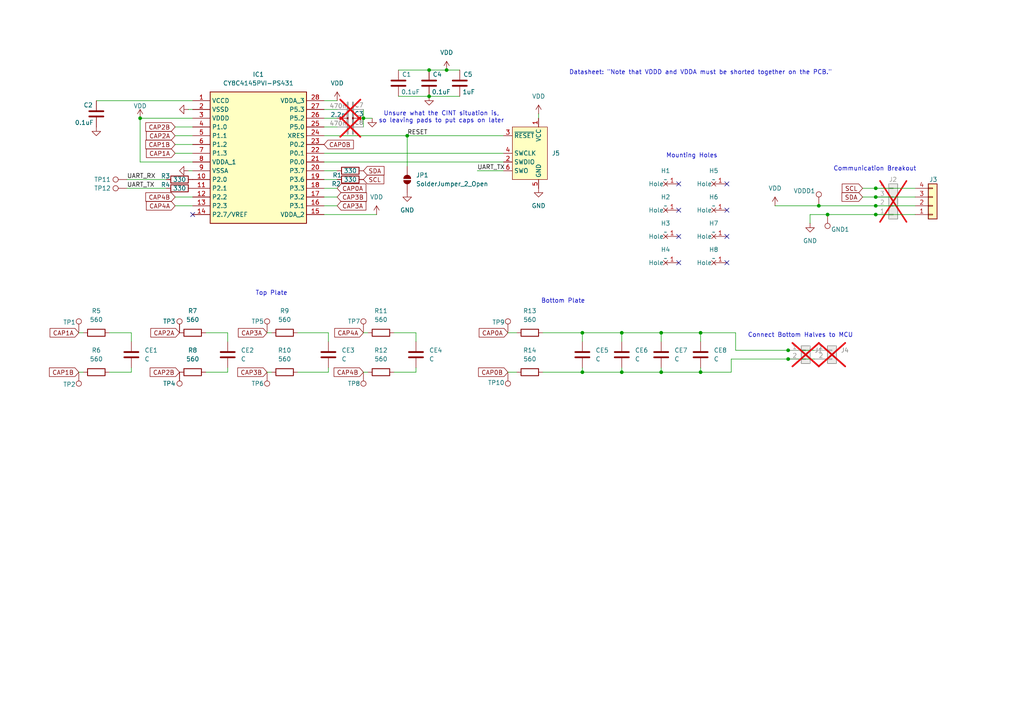
<source format=kicad_sch>
(kicad_sch (version 20250114) (generator "eeschema") (generator_version "9.0")
  (paper "A4")
  (lib_symbols
    (symbol "CY8C4145PVI-PS431:CY8C4145PVI-PS431"
      (property "Reference" "IC" (at 34.29 7.62 0))
      (property "Value" "CY8C4145PVI-PS431" (at 34.29 5.08 0))
      (symbol "CY8C4145PVI-PS431_1_1"
        (rectangle (start 5.08 2.54) (end 33.02 -35.56) (stroke (width 0.254)) (fill (type background)))
        (pin passive line (at 0 0 0) (length 5.08) (name "VCCD") (number "1"))
        (pin passive line (at 0 -2.54 0) (length 5.08) (name "VSSD") (number "2"))
        (pin passive line (at 0 -5.08 0) (length 5.08) (name "VDDD") (number "3"))
        (pin passive line (at 0 -7.62 0) (length 5.08) (name "P1.0") (number "4"))
        (pin passive line (at 0 -10.16 0) (length 5.08) (name "P1.1") (number "5"))
        (pin passive line (at 0 -12.7 0) (length 5.08) (name "P1.2") (number "6"))
        (pin passive line (at 0 -15.24 0) (length 5.08) (name "P1.3") (number "7"))
        (pin passive line (at 0 -17.78 0) (length 5.08) (name "VDDA_1") (number "8"))
        (pin passive line (at 0 -20.32 0) (length 5.08) (name "VSSA") (number "9"))
        (pin passive line (at 0 -22.86 0) (length 5.08) (name "P2.0") (number "10"))
        (pin passive line (at 0 -25.4 0) (length 5.08) (name "P2.1") (number "11"))
        (pin passive line (at 0 -27.94 0) (length 5.08) (name "P2.2") (number "12"))
        (pin passive line (at 0 -30.48 0) (length 5.08) (name "P2.3") (number "13"))
        (pin passive line (at 0 -33.02 0) (length 5.08) (name "P2.7/VREF") (number "14"))
        (pin passive line (at 38.1 0 180) (length 5.08) (name "VDDA_3") (number "28"))
        (pin passive line (at 38.1 -2.54 180) (length 5.08) (name "P5.3") (number "27"))
        (pin passive line (at 38.1 -5.08 180) (length 5.08) (name "P5.2") (number "26"))
        (pin passive line (at 38.1 -7.62 180) (length 5.08) (name "P5.0") (number "25"))
        (pin passive line (at 38.1 -10.16 180) (length 5.08) (name "XRES") (number "24"))
        (pin passive line (at 38.1 -12.7 180) (length 5.08) (name "P0.2") (number "23"))
        (pin passive line (at 38.1 -15.24 180) (length 5.08) (name "P0.1") (number "22"))
        (pin passive line (at 38.1 -17.78 180) (length 5.08) (name "P0.0") (number "21"))
        (pin passive line (at 38.1 -20.32 180) (length 5.08) (name "P3.7") (number "20"))
        (pin passive line (at 38.1 -22.86 180) (length 5.08) (name "P3.6") (number "19"))
        (pin passive line (at 38.1 -25.4 180) (length 5.08) (name "P3.3") (number "18"))
        (pin passive line (at 38.1 -27.94 180) (length 5.08) (name "P3.2") (number "17"))
        (pin passive line (at 38.1 -30.48 180) (length 5.08) (name "P3.1") (number "16"))
        (pin passive line (at 38.1 -33.02 180) (length 5.08) (name "VDDA_2") (number "15"))
      )
    )
    (symbol "Connector:Conn_ARM_SWD_TagConnect_TC2030-NL" (in_bom no)
      (property "Reference" "J" (at 2.54 11.43 0))
      (property "Value" "Conn_ARM_SWD_TagConnect_TC2030-NL" (at 2.54 8.89 0))
      (symbol "Conn_ARM_SWD_TagConnect_TC2030-NL_0_0"
        (pin power_in line (at -2.54 10.16 270) (length 2.54) (name "VCC") (number "1"))
        (pin power_in line (at -2.54 -10.16 90) (length 2.54) (name "GND") (number "5"))
        (pin open_collector line (at 7.62 5.08 180) (length 2.54) (name "~{RESET}") (number "3"))
        (pin output line (at 7.62 0 180) (length 2.54) (name "SWCLK") (number "4"))
        (pin bidirectional line (at 7.62 -2.54 180) (length 2.54) (name "SWDIO") (number "2"))
        (pin input line (at 7.62 -5.08 180) (length 2.54) (name "SWO") (number "6"))
      )
      (symbol "Conn_ARM_SWD_TagConnect_TC2030-NL_0_1"
        (rectangle (start -5.08 7.62) (end 5.08 -7.62) (fill (type background)))
      )
    )
    (symbol "Connector:TestPoint" (pin_numbers (hide yes)) (pin_names (offset 0.762) (hide yes))
      (property "Reference" "TP" (at 0 6.858 0))
      (property "Value" "TestPoint" (at 0 5.08 0))
      (symbol "TestPoint_0_1"
        (circle (center 0 3.302) (radius 0.762))
      )
      (symbol "TestPoint_1_1"
        (pin passive line (at 0 0 90) (length 2.54) (name "1") (number "1"))
      )
    )
    (symbol "Connector_Generic:Conn_01x02" (pin_names (offset 1.016) (hide yes))
      (property "Reference" "J" (at 0 2.54 0))
      (property "Value" "Conn_01x02" (at 0 -5.08 0))
      (symbol "Conn_01x02_1_1"
        (rectangle (start -1.27 1.27) (end 1.27 -3.81) (stroke (width 0.254)) (fill (type background)))
        (rectangle (start -1.27 0.127) (end 0 -0.127) (stroke (width 0.1524)))
        (rectangle (start -1.27 -2.413) (end 0 -2.667) (stroke (width 0.1524)))
        (pin passive line (at -5.08 0 0) (length 3.81) (name "Pin_1") (number "1"))
        (pin passive line (at -5.08 -2.54 0) (length 3.81) (name "Pin_2") (number "2"))
      )
    )
    (symbol "Connector_Generic:Conn_01x04" (pin_names (offset 1.016) (hide yes))
      (property "Reference" "J" (at 0 5.08 0))
      (property "Value" "Conn_01x04" (at 0 -7.62 0))
      (symbol "Conn_01x04_1_1"
        (rectangle (start -1.27 3.81) (end 1.27 -6.35) (stroke (width 0.254)) (fill (type background)))
        (rectangle (start -1.27 2.667) (end 0 2.413) (stroke (width 0.1524)))
        (rectangle (start -1.27 0.127) (end 0 -0.127) (stroke (width 0.1524)))
        (rectangle (start -1.27 -2.413) (end 0 -2.667) (stroke (width 0.1524)))
        (rectangle (start -1.27 -4.953) (end 0 -5.207) (stroke (width 0.1524)))
        (pin passive line (at -5.08 2.54 0) (length 3.81) (name "Pin_1") (number "1"))
        (pin passive line (at -5.08 0 0) (length 3.81) (name "Pin_2") (number "2"))
        (pin passive line (at -5.08 -2.54 0) (length 3.81) (name "Pin_3") (number "3"))
        (pin passive line (at -5.08 -5.08 0) (length 3.81) (name "Pin_4") (number "4"))
      )
    )
    (symbol "Device:C" (pin_numbers (hide yes)) (pin_names (offset 0.254))
      (property "Reference" "C" (at 0.635 2.54 0))
      (property "Value" "C" (at 0.635 -2.54 0))
      (symbol "C_0_1"
        (polyline (pts (xy -2.032 0.762) (xy 2.032 0.762)) (stroke (width 0.508)))
        (polyline (pts (xy -2.032 -0.762) (xy 2.032 -0.762)) (stroke (width 0.508)))
      )
      (symbol "C_1_1"
        (pin passive line (at 0 3.81 270) (length 2.794) (name "~") (number "1"))
        (pin passive line (at 0 -3.81 90) (length 2.794) (name "~") (number "2"))
      )
    )
    (symbol "Device:R" (pin_numbers (hide yes)) (pin_names (offset 0))
      (property "Reference" "R" (at 2.032 0 90))
      (property "Value" "R" (at 0 0 90))
      (symbol "R_0_1"
        (rectangle (start -1.016 -2.54) (end 1.016 2.54) (stroke (width 0.254)))
      )
      (symbol "R_1_1"
        (pin passive line (at 0 3.81 270) (length 1.27) (name "~") (number "1"))
        (pin passive line (at 0 -3.81 90) (length 1.27) (name "~") (number "2"))
      )
    )
    (symbol "ECE445L:C" (pin_numbers (hide yes)) (pin_names (offset 0.254))
      (property "Reference" "C" (at 0.635 2.54 0))
      (property "Value" "C" (at 0.635 -2.54 0))
      (symbol "C_0_1"
        (polyline (pts (xy -2.032 0.762) (xy 2.032 0.762)) (stroke (width 0.508)))
        (polyline (pts (xy -2.032 -0.762) (xy 2.032 -0.762)) (stroke (width 0.508)))
      )
      (symbol "C_1_1"
        (pin passive line (at 0 3.81 270) (length 2.794) (name "~") (number "1"))
        (pin passive line (at 0 -3.81 90) (length 2.794) (name "~") (number "2"))
      )
    )
    (symbol "ECE445L:MountingHole"
      (property "Reference" "H" (at 0 0 0))
      (symbol "MountingHole_1_1"
        (pin power_in non_logic (at 0 0 180) (length 3.81) (name "Hole") (number "1"))
      )
    )
    (symbol "Jumper:SolderJumper_2_Open" (pin_numbers (hide yes)) (pin_names (offset 0) (hide yes)) (exclude_from_sim yes) (in_bom no)
      (property "Reference" "JP" (at 0 2.032 0))
      (property "Value" "SolderJumper_2_Open" (at 0 -2.54 0))
      (symbol "SolderJumper_2_Open_0_1"
        (polyline (pts (xy -0.254 1.016) (xy -0.254 -1.016)))
        (arc (start -0.254 -1.016) (mid -1.2656 0) (end -0.254 1.016))
        (arc (start -0.254 -1.016) (mid -1.2656 0) (end -0.254 1.016) (fill (type outline)))
        (arc (start 0.254 1.016) (mid 1.2656 0) (end 0.254 -1.016))
        (arc (start 0.254 1.016) (mid 1.2656 0) (end 0.254 -1.016) (fill (type outline)))
        (polyline (pts (xy 0.254 1.016) (xy 0.254 -1.016)))
      )
      (symbol "SolderJumper_2_Open_1_1"
        (pin passive line (at -3.81 0 0) (length 2.54) (name "A") (number "1"))
        (pin passive line (at 3.81 0 180) (length 2.54) (name "B") (number "2"))
      )
    )
    (symbol "power:GND" (power) (pin_numbers (hide yes)) (pin_names (offset 0) (hide yes))
      (property "Value" "GND" (at 0 -3.81 0))
      (symbol "GND_0_1"
        (polyline (pts (xy 0 0) (xy 0 -1.27) (xy 1.27 -1.27) (xy 0 -2.54) (xy -1.27 -1.27) (xy 0 -1.27)))
      )
      (symbol "GND_1_1"
        (pin power_in line (at 0 0 270) (length 0) (name "~") (number "1"))
      )
    )
    (symbol "power:VDD" (power) (pin_numbers (hide yes)) (pin_names (offset 0) (hide yes))
      (property "Value" "VDD" (at 0 3.556 0))
      (symbol "VDD_0_1"
        (polyline (pts (xy -0.762 1.27) (xy 0 2.54)))
        (polyline (pts (xy 0 2.54) (xy 0.762 1.27)))
        (polyline (pts (xy 0 0) (xy 0 2.54)))
      )
      (symbol "VDD_1_1"
        (pin power_in line (at 0 0 90) (length 0) (name "~") (number "1"))
      )
    )
  )
  (text "Datasheet: \"Note that VDDD and VDDA must be shorted together on the PCB.\"" (at 203.2 21.082 0) (effects (font (size 1.27 1.27))))
  (text "Top Plate" (at 78.74 85.09 0) (effects (font (size 1.27 1.27))))
  (text "Mounting Holes" (at 200.66 45.212 0) (effects (font (size 1.27 1.27))))
  (text "Unsure what the CINT situation is,\nso leaving pads to put caps on later" (at 128.016 34.036 0) (effects (font (size 1.27 1.27))))
  (text "Bottom Plate" (at 163.322 87.376 0) (effects (font (size 1.27 1.27))))
  (text "Communication Breakout\n" (at 253.746 49.022 0) (effects (font (size 1.27 1.27))))
  (text "Connect Bottom Halves to MCU\n" (at 232.156 97.282 0) (effects (font (size 1.27 1.27))))
  (junction (at 168.91 107.95))
  (junction (at 254 57.15))
  (junction (at 180.34 96.52))
  (junction (at 191.77 96.52))
  (junction (at 168.91 96.52))
  (junction (at 203.2 107.95))
  (junction (at 40.64 34.29))
  (junction (at 191.77 107.95))
  (junction (at 118.11 39.37))
  (junction (at 105.41 34.29))
  (junction (at 254 62.23))
  (junction (at 254 54.61))
  (junction (at 129.54 20.32))
  (junction (at 228.6 104.14))
  (junction (at 203.2 96.52))
  (junction (at 124.46 20.32))
  (junction (at 240.03 62.23))
  (junction (at 124.46 27.94))
  (junction (at 254 59.69))
  (junction (at 228.6 101.6))
  (junction (at 237.49 59.69))
  (junction (at 180.34 107.95))
  (no_connect (at 210.82 53.34))
  (no_connect (at 196.85 76.2))
  (no_connect (at 55.88 62.23))
  (no_connect (at 210.82 68.58))
  (no_connect (at 210.82 76.2))
  (no_connect (at 196.85 68.58))
  (no_connect (at 196.85 53.34))
  (no_connect (at 196.85 60.96))
  (no_connect (at 210.82 60.96))
  (wire (pts (xy 228.6 104.14) (xy 236.22 104.14)))
  (wire (pts (xy 66.04 96.52) (xy 66.04 99.06)))
  (wire (pts (xy 237.49 59.69) (xy 254 59.69)))
  (wire (pts (xy 24.13 96.52) (xy 22.86 96.52)))
  (wire (pts (xy 212.09 104.14) (xy 212.09 107.95)))
  (wire (pts (xy 254 59.69) (xy 265.43 59.69)))
  (wire (pts (xy 93.98 31.75) (xy 97.79 31.75)))
  (wire (pts (xy 36.83 52.07) (xy 48.26 52.07)))
  (wire (pts (xy 213.36 101.6) (xy 213.36 96.52)))
  (wire (pts (xy 105.41 96.52) (xy 106.68 96.52)))
  (wire (pts (xy 93.98 62.23) (xy 109.22 62.23)))
  (wire (pts (xy 254 54.61) (xy 265.43 54.61)))
  (wire (pts (xy 106.68 107.95) (xy 105.41 107.95)))
  (wire (pts (xy 50.8 59.69) (xy 55.88 59.69)))
  (wire (pts (xy 118.11 39.37) (xy 118.11 48.26)))
  (wire (pts (xy 59.69 107.95) (xy 66.04 107.95)))
  (wire (pts (xy 228.6 101.6) (xy 236.22 101.6)))
  (wire (pts (xy 86.36 96.52) (xy 95.25 96.52)))
  (wire (pts (xy 36.83 54.61) (xy 48.26 54.61)))
  (wire (pts (xy 93.98 59.69) (xy 97.79 59.69)))
  (wire (pts (xy 180.34 106.68) (xy 180.34 107.95)))
  (wire (pts (xy 86.36 107.95) (xy 95.25 107.95)))
  (wire (pts (xy 120.65 96.52) (xy 120.65 99.06)))
  (wire (pts (xy 54.61 49.53) (xy 55.88 49.53)))
  (wire (pts (xy 93.98 34.29) (xy 97.79 34.29)))
  (wire (pts (xy 114.3 107.95) (xy 120.65 107.95)))
  (wire (pts (xy 40.64 34.29) (xy 55.88 34.29)))
  (wire (pts (xy 93.98 39.37) (xy 118.11 39.37)))
  (wire (pts (xy 191.77 107.95) (xy 203.2 107.95)))
  (wire (pts (xy 22.86 107.95) (xy 24.13 107.95)))
  (wire (pts (xy 129.54 20.32) (xy 133.35 20.32)))
  (wire (pts (xy 40.64 34.29) (xy 40.64 46.99)))
  (wire (pts (xy 38.1 107.95) (xy 38.1 106.68)))
  (wire (pts (xy 93.98 29.21) (xy 97.79 29.21)))
  (wire (pts (xy 93.98 44.45) (xy 146.05 44.45)))
  (wire (pts (xy 54.61 31.75) (xy 55.88 31.75)))
  (wire (pts (xy 115.57 20.32) (xy 124.46 20.32)))
  (wire (pts (xy 212.09 104.14) (xy 228.6 104.14)))
  (wire (pts (xy 168.91 107.95) (xy 168.91 106.68)))
  (wire (pts (xy 77.47 96.52) (xy 78.74 96.52)))
  (wire (pts (xy 250.19 57.15) (xy 254 57.15)))
  (wire (pts (xy 191.77 96.52) (xy 203.2 96.52)))
  (wire (pts (xy 234.95 62.23) (xy 240.03 62.23)))
  (wire (pts (xy 95.25 107.95) (xy 95.25 106.68)))
  (wire (pts (xy 203.2 96.52) (xy 203.2 99.06)))
  (wire (pts (xy 50.8 39.37) (xy 55.88 39.37)))
  (wire (pts (xy 156.21 33.02) (xy 156.21 34.29)))
  (wire (pts (xy 93.98 46.99) (xy 146.05 46.99)))
  (wire (pts (xy 93.98 52.07) (xy 97.79 52.07)))
  (wire (pts (xy 129.54 20.32) (xy 124.46 20.32)))
  (wire (pts (xy 224.79 59.69) (xy 237.49 59.69)))
  (wire (pts (xy 147.32 96.52) (xy 149.86 96.52)))
  (wire (pts (xy 93.98 57.15) (xy 97.79 57.15)))
  (wire (pts (xy 240.03 62.23) (xy 254 62.23)))
  (wire (pts (xy 234.95 62.23) (xy 234.95 64.77)))
  (wire (pts (xy 168.91 107.95) (xy 180.34 107.95)))
  (wire (pts (xy 180.34 96.52) (xy 191.77 96.52)))
  (wire (pts (xy 31.75 96.52) (xy 38.1 96.52)))
  (wire (pts (xy 180.34 107.95) (xy 191.77 107.95)))
  (wire (pts (xy 118.11 39.37) (xy 146.05 39.37)))
  (wire (pts (xy 168.91 96.52) (xy 180.34 96.52)))
  (wire (pts (xy 212.09 107.95) (xy 203.2 107.95)))
  (wire (pts (xy 157.48 96.52) (xy 168.91 96.52)))
  (wire (pts (xy 50.8 41.91) (xy 55.88 41.91)))
  (wire (pts (xy 147.32 107.95) (xy 149.86 107.95)))
  (wire (pts (xy 115.57 27.94) (xy 124.46 27.94)))
  (wire (pts (xy 114.3 96.52) (xy 120.65 96.52)))
  (wire (pts (xy 180.34 96.52) (xy 180.34 99.06)))
  (wire (pts (xy 120.65 107.95) (xy 120.65 106.68)))
  (wire (pts (xy 38.1 96.52) (xy 38.1 99.06)))
  (wire (pts (xy 105.41 34.29) (xy 105.41 36.83)))
  (wire (pts (xy 157.48 107.95) (xy 168.91 107.95)))
  (wire (pts (xy 250.19 54.61) (xy 254 54.61)))
  (wire (pts (xy 191.77 106.68) (xy 191.77 107.95)))
  (wire (pts (xy 254 57.15) (xy 265.43 57.15)))
  (wire (pts (xy 59.69 96.52) (xy 66.04 96.52)))
  (wire (pts (xy 93.98 54.61) (xy 97.79 54.61)))
  (wire (pts (xy 95.25 96.52) (xy 95.25 99.06)))
  (wire (pts (xy 138.43 49.53) (xy 146.05 49.53)))
  (wire (pts (xy 203.2 107.95) (xy 203.2 106.68)))
  (wire (pts (xy 105.41 34.29) (xy 107.95 34.29)))
  (wire (pts (xy 50.8 57.15) (xy 55.88 57.15)))
  (wire (pts (xy 97.79 36.83) (xy 93.98 36.83)))
  (wire (pts (xy 213.36 101.6) (xy 228.6 101.6)))
  (wire (pts (xy 66.04 107.95) (xy 66.04 106.68)))
  (wire (pts (xy 93.98 49.53) (xy 97.79 49.53)))
  (wire (pts (xy 27.94 29.21) (xy 55.88 29.21)))
  (wire (pts (xy 77.47 107.95) (xy 78.74 107.95)))
  (wire (pts (xy 168.91 96.52) (xy 168.91 99.06)))
  (wire (pts (xy 191.77 96.52) (xy 191.77 99.06)))
  (wire (pts (xy 124.46 27.94) (xy 133.35 27.94)))
  (wire (pts (xy 254 62.23) (xy 265.43 62.23)))
  (wire (pts (xy 105.41 31.75) (xy 105.41 34.29)))
  (wire (pts (xy 31.75 107.95) (xy 38.1 107.95)))
  (wire (pts (xy 40.64 46.99) (xy 55.88 46.99)))
  (wire (pts (xy 213.36 96.52) (xy 203.2 96.52)))
  (wire (pts (xy 50.8 44.45) (xy 55.88 44.45)))
  (wire (pts (xy 50.8 36.83) (xy 55.88 36.83)))
  (label "UART_TX" (at 138.43 49.53 0))
  (label "UART_TX" (at 36.83 54.61 0))
  (label "RESET" (at 118.11 39.37 0))
  (label "UART_RX" (at 36.83 52.07 0))
  (global_label "CAP0B" (shape input) (at 93.98 41.91 0) (property "Intersheetrefs" "${INTERSHEET_REFS}" (effects (hide yes))))
  (global_label "CAP2A" (shape input) (at 52.07 96.52 180) (property "Intersheetrefs" "${INTERSHEET_REFS}" (effects (hide yes))))
  (global_label "CAP1B" (shape input) (at 50.8 41.91 180) (property "Intersheetrefs" "${INTERSHEET_REFS}" (effects (hide yes))))
  (global_label "CAP3B" (shape input) (at 77.47 107.95 180) (property "Intersheetrefs" "${INTERSHEET_REFS}" (effects (hide yes))))
  (global_label "CAP4A" (shape input) (at 105.41 96.52 180) (property "Intersheetrefs" "${INTERSHEET_REFS}" (effects (hide yes))))
  (global_label "CAP0B" (shape input) (at 147.32 107.95 180) (property "Intersheetrefs" "${INTERSHEET_REFS}" (effects (hide yes))))
  (global_label "CAP4A" (shape input) (at 50.8 59.69 180) (property "Intersheetrefs" "${INTERSHEET_REFS}" (effects (hide yes))))
  (global_label "CAP2B" (shape input) (at 52.07 107.95 180) (property "Intersheetrefs" "${INTERSHEET_REFS}" (effects (hide yes))))
  (global_label "SDA" (shape input) (at 105.41 49.53 0) (property "Intersheetrefs" "${INTERSHEET_REFS}" (effects (hide yes))))
  (global_label "SDA" (shape input) (at 250.19 57.15 180) (property "Intersheetrefs" "${INTERSHEET_REFS}" (effects (hide yes))))
  (global_label "SCL" (shape input) (at 105.41 52.07 0) (property "Intersheetrefs" "${INTERSHEET_REFS}" (effects (hide yes))))
  (global_label "CAP1B" (shape input) (at 22.86 107.95 180) (property "Intersheetrefs" "${INTERSHEET_REFS}" (effects (hide yes))))
  (global_label "CAP1A" (shape input) (at 22.86 96.52 180) (property "Intersheetrefs" "${INTERSHEET_REFS}" (effects (hide yes))))
  (global_label "CAP0A" (shape input) (at 97.79 54.61 0) (property "Intersheetrefs" "${INTERSHEET_REFS}" (effects (hide yes))))
  (global_label "CAP4B" (shape input) (at 50.8 57.15 180) (property "Intersheetrefs" "${INTERSHEET_REFS}" (effects (hide yes))))
  (global_label "CAP2A" (shape input) (at 50.8 39.37 180) (property "Intersheetrefs" "${INTERSHEET_REFS}" (effects (hide yes))))
  (global_label "CAP3A" (shape input) (at 97.79 59.69 0) (property "Intersheetrefs" "${INTERSHEET_REFS}" (effects (hide yes))))
  (global_label "CAP1A" (shape input) (at 50.8 44.45 180) (property "Intersheetrefs" "${INTERSHEET_REFS}" (effects (hide yes))))
  (global_label "CAP3A" (shape input) (at 77.47 96.52 180) (property "Intersheetrefs" "${INTERSHEET_REFS}" (effects (hide yes))))
  (global_label "SCL" (shape input) (at 250.19 54.61 180) (property "Intersheetrefs" "${INTERSHEET_REFS}" (effects (hide yes))))
  (global_label "CAP3B" (shape input) (at 97.79 57.15 0) (property "Intersheetrefs" "${INTERSHEET_REFS}" (effects (hide yes))))
  (global_label "CAP2B" (shape input) (at 50.8 36.83 180) (property "Intersheetrefs" "${INTERSHEET_REFS}" (effects (hide yes))))
  (global_label "CAP0A" (shape input) (at 147.32 96.52 180) (property "Intersheetrefs" "${INTERSHEET_REFS}" (effects (hide yes))))
  (global_label "CAP4B" (shape input) (at 105.41 107.95 180) (property "Intersheetrefs" "${INTERSHEET_REFS}" (effects (hide yes))))
  (symbol (lib_id "Connector:TestPoint") (at 22.86 107.95 180) (unit 1)
    (property "Reference" "TP2" (at 18.288 111.506 0) (effects (justify right)))
    (property "Value" "TestPoint" (effects (hide yes)))
    (property "Footprint" "TestPoint:TestPoint_THTPad_D1.0mm_Drill0.5mm" (effects (hide yes)))
    (property "Description" "test point" (effects (hide yes)))
  )
  (symbol (lib_id "Device:C") (at 101.6 31.75 90) (unit 1) (dnp yes)
    (property "Reference" "C7" (at 104.14 30.48 90))
    (property "Value" "470n" (at 98.044 30.734 90))
    (property "Footprint" "Capacitor_SMD:C_0603_1608Metric_Pad1.08x0.95mm_HandSolder" (effects (hide yes)))
    (property "Description" "Unpolarized capacitor" (effects (hide yes)))
  )
  (symbol (lib_id "Device:R") (at 101.6 49.53 90) (unit 1)
    (property "Reference" "R1" (at 97.79 50.8 90))
    (property "Value" "330" (at 101.6 49.53 90))
    (property "Footprint" "Resistor_SMD:R_0603_1608Metric_Pad0.98x0.95mm_HandSolder" (effects (hide yes)))
    (property "Description" "Resistor" (effects (hide yes)))
  )
  (symbol (lib_id "ECE445L:C") (at 38.1 102.87 0) (unit 1)
    (property "Reference" "CE1" (at 41.91 101.5999 0) (effects (justify left)))
    (property "Value" "C" (at 41.91 104.1399 0) (effects (justify left)))
    (property "Footprint" "ECE382N:COIL_GENERATOR" (effects (hide yes)))
    (property "Description" "Unpolarized capacitor" (effects (hide yes)))
  )
  (symbol (lib_id "power:VDD") (at 129.54 20.32 0) (unit 1)
    (property "Reference" "#PWR05" (effects (hide yes)))
    (property "Value" "VDD" (at 129.54 15.24 0))
    (property "Description" "Power symbol creates a global label with name \"VDD\"" (effects (hide yes)))
  )
  (symbol (lib_id "ECE445L:C") (at 115.57 24.13 0) (unit 1)
    (property "Reference" "C1" (at 116.586 21.59 0) (effects (justify left)))
    (property "Value" "0.1uF" (at 116.332 26.67 0) (effects (justify left)))
    (property "Footprint" "Capacitor_SMD:C_0603_1608Metric_Pad1.08x0.95mm_HandSolder" (effects (hide yes)))
    (property "Description" "Unpolarized capacitor" (effects (hide yes)))
  )
  (symbol (lib_id "Connector:TestPoint") (at 240.03 62.23 180) (unit 1)
    (property "Reference" "GND1" (at 241.046 66.548 0) (effects (justify right)))
    (property "Value" "TestPoint" (effects (hide yes)))
    (property "Footprint" "TestPoint:TestPoint_THTPad_D1.0mm_Drill0.5mm" (effects (hide yes)))
    (property "Description" "test point" (effects (hide yes)))
  )
  (symbol (lib_id "Connector:TestPoint") (at 147.32 96.52 0) (unit 1)
    (property "Reference" "TP9" (at 142.748 93.472 0) (effects (justify left)))
    (property "Value" "TestPoint" (effects (hide yes)))
    (property "Footprint" "TestPoint:TestPoint_THTPad_D1.0mm_Drill0.5mm" (effects (hide yes)))
    (property "Description" "test point" (effects (hide yes)))
  )
  (symbol (lib_id "power:GND") (at 27.94 36.83 0) (unit 1)
    (property "Reference" "#PWR0109" (effects (hide yes)))
    (property "Value" "GND" (effects (hide yes)))
    (property "Description" "Power symbol creates a global label with name \"GND\" , ground" (effects (hide yes)))
  )
  (symbol (lib_id "Connector:TestPoint") (at 52.07 107.95 180) (unit 1)
    (property "Reference" "TP4" (at 47.244 111.252 0) (effects (justify right)))
    (property "Value" "TestPoint" (effects (hide yes)))
    (property "Footprint" "TestPoint:TestPoint_THTPad_D1.0mm_Drill0.5mm" (effects (hide yes)))
    (property "Description" "test point" (effects (hide yes)))
  )
  (symbol (lib_id "Connector:TestPoint") (at 36.83 52.07 90) (unit 1)
    (property "Reference" "TP11" (at 29.718 52.07 90))
    (property "Value" "TestPoint" (effects (hide yes)))
    (property "Footprint" "TestPoint:TestPoint_THTPad_D1.0mm_Drill0.5mm" (effects (hide yes)))
    (property "Description" "test point" (effects (hide yes)))
  )
  (symbol (lib_id "Device:R") (at 27.94 107.95 90) (unit 1)
    (property "Reference" "R6" (at 27.94 101.6 90))
    (property "Value" "560" (at 27.94 104.14 90))
    (property "Footprint" "Resistor_SMD:R_0603_1608Metric_Pad0.98x0.95mm_HandSolder" (effects (hide yes)))
    (property "Description" "Resistor" (effects (hide yes)))
  )
  (symbol (lib_id "ECE445L:MountingHole") (at 196.85 68.58 0) (unit 1)
    (property "Reference" "H3" (at 193.04 64.77 0))
    (property "Value" "~" (at 193.04 67.31 0))
    (property "Footprint" "MountingHole:MountingHole_3.2mm_M3_Pad" (effects (hide yes)))
    (property "Description" "Drill hole for 4-40 screw" (effects (hide yes)))
  )
  (symbol (lib_id "Device:R") (at 110.49 107.95 90) (unit 1)
    (property "Reference" "R12" (at 110.49 101.6 90))
    (property "Value" "560" (at 110.49 104.14 90))
    (property "Footprint" "Resistor_SMD:R_0603_1608Metric_Pad0.98x0.95mm_HandSolder" (effects (hide yes)))
    (property "Description" "Resistor" (effects (hide yes)))
  )
  (symbol (lib_id "ECE445L:C") (at 191.77 102.87 0) (unit 1)
    (property "Reference" "CE7" (at 195.58 101.5999 0) (effects (justify left)))
    (property "Value" "C" (at 195.58 104.1399 0) (effects (justify left)))
    (property "Footprint" "ECE382N:COIL_GENERATOR" (effects (hide yes)))
    (property "Description" "Unpolarized capacitor" (effects (hide yes)))
  )
  (symbol (lib_id "power:GND") (at 54.61 31.75 270) (unit 1)
    (property "Reference" "#PWR0110" (effects (hide yes)))
    (property "Value" "GND" (effects (hide yes)))
    (property "Description" "Power symbol creates a global label with name \"GND\" , ground" (effects (hide yes)))
  )
  (symbol (lib_id "Device:C") (at 101.6 34.29 90) (unit 1)
    (property "Reference" "C3" (at 104.14 33.02 90))
    (property "Value" "2.2n" (at 98.044 33.274 90))
    (property "Footprint" "Capacitor_SMD:C_0603_1608Metric_Pad1.08x0.95mm_HandSolder" (effects (hide yes)))
    (property "Description" "Unpolarized capacitor" (effects (hide yes)))
  )
  (symbol (lib_id "ECE445L:C") (at 133.35 24.13 0) (unit 1)
    (property "Reference" "C5" (at 134.366 21.59 0) (effects (justify left)))
    (property "Value" "1uF" (at 134.112 26.67 0) (effects (justify left)))
    (property "Footprint" "Capacitor_SMD:C_0603_1608Metric_Pad1.08x0.95mm_HandSolder" (effects (hide yes)))
    (property "Description" "Unpolarized capacitor" (effects (hide yes)))
  )
  (symbol (lib_id "power:VDD") (at 224.79 59.69 0) (unit 1)
    (property "Reference" "#PWR01" (effects (hide yes)))
    (property "Value" "VDD" (at 224.79 54.61 0))
    (property "Description" "Power symbol creates a global label with name \"VDD\"" (effects (hide yes)))
  )
  (symbol (lib_id "power:VDD") (at 156.21 33.02 0) (unit 1)
    (property "Reference" "#PWR06" (effects (hide yes)))
    (property "Value" "VDD" (at 156.21 27.94 0))
    (property "Description" "Power symbol creates a global label with name \"VDD\"" (effects (hide yes)))
  )
  (symbol (lib_id "Connector:TestPoint") (at 77.47 96.52 0) (unit 1)
    (property "Reference" "TP5" (at 72.898 93.218 0) (effects (justify left)))
    (property "Value" "TestPoint" (effects (hide yes)))
    (property "Footprint" "TestPoint:TestPoint_THTPad_D1.0mm_Drill0.5mm" (effects (hide yes)))
    (property "Description" "test point" (effects (hide yes)))
  )
  (symbol (lib_id "Device:R") (at 82.55 107.95 90) (unit 1)
    (property "Reference" "R10" (at 82.55 101.6 90))
    (property "Value" "560" (at 82.55 104.14 90))
    (property "Footprint" "Resistor_SMD:R_0603_1608Metric_Pad0.98x0.95mm_HandSolder" (effects (hide yes)))
    (property "Description" "Resistor" (effects (hide yes)))
  )
  (symbol (lib_id "Jumper:SolderJumper_2_Open") (at 118.11 52.07 90) (unit 1) (exclude_from_sim yes) (in_bom no)
    (property "Reference" "JP1" (at 120.65 50.7999 90) (effects (justify right)))
    (property "Value" "SolderJumper_2_Open" (at 120.65 53.3399 90) (effects (justify right)))
    (property "Footprint" "Jumper:SolderJumper-2_P1.3mm_Open_Pad1.0x1.5mm" (effects (hide yes)))
    (property "Description" "Solder Jumper, 2-pole, open" (effects (hide yes)))
  )
  (symbol (lib_id "power:VDD") (at 97.79 29.21 0) (unit 1)
    (property "Reference" "#PWR03" (effects (hide yes)))
    (property "Value" "VDD" (at 97.79 24.13 0))
    (property "Description" "Power symbol creates a global label with name \"VDD\"" (effects (hide yes)))
  )
  (symbol (lib_id "power:GND") (at 107.95 34.29 0) (unit 1)
    (property "Reference" "#PWR0120" (effects (hide yes)))
    (property "Value" "GND" (effects (hide yes)))
    (property "Description" "Power symbol creates a global label with name \"GND\" , ground" (effects (hide yes)))
  )
  (symbol (lib_id "Connector_Generic:Conn_01x02") (at 233.68 101.6 0) (unit 1) (dnp yes)
    (property "Reference" "J1" (at 236.22 101.5999 0) (effects (justify left)))
    (property "Value" "Conn_01x02" (effects (hide yes)))
    (property "Footprint" "Connector_PinHeader_2.00mm:PinHeader_1x02_P2.00mm_Vertical" (effects (hide yes)))
    (property "Description" "Generic connector, single row, 01x02, script generated (kicad-library-utils/schlib/autogen/connector/)" (effects (hide yes)))
  )
  (symbol (lib_id "Device:R") (at 52.07 52.07 90) (unit 1)
    (property "Reference" "R3" (at 48.006 51.054 90))
    (property "Value" "330" (at 52.07 52.07 90))
    (property "Footprint" "Resistor_SMD:R_0603_1608Metric_Pad0.98x0.95mm_HandSolder" (effects (hide yes)))
    (property "Description" "Resistor" (effects (hide yes)))
  )
  (symbol (lib_id "Connector:Conn_ARM_SWD_TagConnect_TC2030-NL") (at 153.67 44.45 0) (mirror y) (unit 1) (in_bom no)
    (property "Reference" "J5" (at 160.02 44.4499 0) (effects (justify right)))
    (property "Value" "Conn_ARM_SWD_TagConnect_TC2030-NL" (effects (hide yes)))
    (property "Footprint" "Connector:Tag-Connect_TC2030-IDC-NL_2x03_P1.27mm_Vertical" (effects (hide yes)))
    (property "Datasheet" "https://www.tag-connect.com/wp-content/uploads/bsk-pdf-manager/TC2030-CTX_1.pdf" (effects (hide yes)))
    (property "Description" "Tag-Connect ARM Cortex SWD JTAG connector, 6 pin, no legs" (effects (hide yes)))
  )
  (symbol (lib_id "ECE445L:C") (at 180.34 102.87 0) (unit 1)
    (property "Reference" "CE6" (at 184.15 101.5999 0) (effects (justify left)))
    (property "Value" "C" (at 184.15 104.1399 0) (effects (justify left)))
    (property "Footprint" "ECE382N:COIL_GENERATOR" (effects (hide yes)))
    (property "Description" "Unpolarized capacitor" (effects (hide yes)))
  )
  (symbol (lib_id "ECE445L:C") (at 203.2 102.87 0) (unit 1)
    (property "Reference" "CE8" (at 207.01 101.5999 0) (effects (justify left)))
    (property "Value" "C" (at 207.01 104.1399 0) (effects (justify left)))
    (property "Footprint" "ECE382N:COIL_GENERATOR" (effects (hide yes)))
    (property "Description" "Unpolarized capacitor" (effects (hide yes)))
  )
  (symbol (lib_id "power:VDD") (at 109.22 62.23 0) (unit 1)
    (property "Reference" "#PWR04" (effects (hide yes)))
    (property "Value" "VDD" (at 109.22 57.15 0))
    (property "Description" "Power symbol creates a global label with name \"VDD\"" (effects (hide yes)))
  )
  (symbol (lib_id "Connector:TestPoint") (at 52.07 96.52 0) (unit 1)
    (property "Reference" "TP3" (at 47.244 93.218 0) (effects (justify left)))
    (property "Value" "TestPoint" (effects (hide yes)))
    (property "Footprint" "TestPoint:TestPoint_THTPad_D1.0mm_Drill0.5mm" (effects (hide yes)))
    (property "Description" "test point" (effects (hide yes)))
  )
  (symbol (lib_id "ECE445L:MountingHole") (at 210.82 53.34 0) (unit 1)
    (property "Reference" "H5" (at 207.01 49.53 0))
    (property "Value" "~" (at 207.01 52.07 0))
    (property "Footprint" "MountingHole:MountingHole_3.2mm_M3_Pad" (effects (hide yes)))
    (property "Description" "Drill hole for 4-40 screw" (effects (hide yes)))
  )
  (symbol (lib_id "Connector:TestPoint") (at 105.41 107.95 180) (unit 1)
    (property "Reference" "TP8" (at 100.838 111.252 0) (effects (justify right)))
    (property "Value" "TestPoint" (effects (hide yes)))
    (property "Footprint" "TestPoint:TestPoint_THTPad_D1.0mm_Drill0.5mm" (effects (hide yes)))
    (property "Description" "test point" (effects (hide yes)))
  )
  (symbol (lib_id "power:GND") (at 118.11 55.88 0) (unit 1)
    (property "Reference" "#PWR0116" (effects (hide yes)))
    (property "Value" "GND" (at 118.11 60.96 0))
    (property "Description" "Power symbol creates a global label with name \"GND\" , ground" (effects (hide yes)))
  )
  (symbol (lib_id "power:GND") (at 54.61 49.53 270) (unit 1)
    (property "Reference" "#PWR0111" (effects (hide yes)))
    (property "Value" "GND" (effects (hide yes)))
    (property "Description" "Power symbol creates a global label with name \"GND\" , ground" (effects (hide yes)))
  )
  (symbol (lib_id "ECE445L:C") (at 124.46 24.13 0) (unit 1)
    (property "Reference" "C4" (at 125.476 21.59 0) (effects (justify left)))
    (property "Value" "0.1uF" (at 125.222 26.67 0) (effects (justify left)))
    (property "Footprint" "Capacitor_SMD:C_0603_1608Metric_Pad1.08x0.95mm_HandSolder" (effects (hide yes)))
    (property "Description" "Unpolarized capacitor" (effects (hide yes)))
  )
  (symbol (lib_id "Connector:TestPoint") (at 105.41 96.52 0) (unit 1)
    (property "Reference" "TP7" (at 100.838 93.218 0) (effects (justify left)))
    (property "Value" "TestPoint" (effects (hide yes)))
    (property "Footprint" "TestPoint:TestPoint_THTPad_D1.0mm_Drill0.5mm" (effects (hide yes)))
    (property "Description" "test point" (effects (hide yes)))
  )
  (symbol (lib_id "Connector:TestPoint") (at 77.47 107.95 180) (unit 1)
    (property "Reference" "TP6" (at 72.898 111.252 0) (effects (justify right)))
    (property "Value" "TestPoint" (effects (hide yes)))
    (property "Footprint" "TestPoint:TestPoint_THTPad_D1.0mm_Drill0.5mm" (effects (hide yes)))
    (property "Description" "test point" (effects (hide yes)))
  )
  (symbol (lib_id "power:VDD") (at 40.64 34.29 0) (unit 1)
    (property "Reference" "#PWR02" (effects (hide yes)))
    (property "Value" "VDD" (at 40.64 30.734 0))
    (property "Description" "Power symbol creates a global label with name \"VDD\"" (effects (hide yes)))
  )
  (symbol (lib_id "ECE445L:MountingHole") (at 196.85 76.2 0) (unit 1)
    (property "Reference" "H4" (at 193.04 72.39 0))
    (property "Value" "~" (at 193.04 74.93 0))
    (property "Footprint" "MountingHole:MountingHole_3.2mm_M3_Pad" (effects (hide yes)))
    (property "Description" "Drill hole for 4-40 screw" (effects (hide yes)))
  )
  (symbol (lib_id "Device:R") (at 153.67 107.95 90) (unit 1)
    (property "Reference" "R14" (at 153.67 101.6 90))
    (property "Value" "560" (at 153.67 104.14 90))
    (property "Footprint" "Resistor_SMD:R_0603_1608Metric_Pad0.98x0.95mm_HandSolder" (effects (hide yes)))
    (property "Description" "Resistor" (effects (hide yes)))
  )
  (symbol (lib_id "ECE445L:MountingHole") (at 210.82 68.58 0) (unit 1)
    (property "Reference" "H7" (at 207.01 64.77 0))
    (property "Value" "~" (at 207.01 67.31 0))
    (property "Footprint" "MountingHole:MountingHole_3.2mm_M3_Pad" (effects (hide yes)))
    (property "Description" "Drill hole for 4-40 screw" (effects (hide yes)))
  )
  (symbol (lib_id "Connector_Generic:Conn_01x04") (at 259.08 59.69 0) (mirror x) (unit 1) (dnp yes)
    (property "Reference" "J2" (at 257.81 52.07 0) (effects (justify left)))
    (property "Value" "Conn_01x04" (effects (hide yes)))
    (property "Footprint" "Connector_PinHeader_1.27mm:PinHeader_1x04_P1.27mm_Vertical" (effects (hide yes)))
    (property "Description" "Generic connector, single row, 01x04, script generated (kicad-library-utils/schlib/autogen/connector/)" (effects (hide yes)))
  )
  (symbol (lib_id "Device:R") (at 55.88 107.95 90) (unit 1)
    (property "Reference" "R8" (at 55.88 101.6 90))
    (property "Value" "560" (at 55.88 104.14 90))
    (property "Footprint" "Resistor_SMD:R_0603_1608Metric_Pad0.98x0.95mm_HandSolder" (effects (hide yes)))
    (property "Description" "Resistor" (effects (hide yes)))
  )
  (symbol (lib_id "Connector:TestPoint") (at 147.32 107.95 180) (unit 1)
    (property "Reference" "TP10" (at 141.478 110.998 0) (effects (justify right)))
    (property "Value" "TestPoint" (effects (hide yes)))
    (property "Footprint" "TestPoint:TestPoint_THTPad_D1.0mm_Drill0.5mm" (effects (hide yes)))
    (property "Description" "test point" (effects (hide yes)))
  )
  (symbol (lib_id "Connector_Generic:Conn_01x02") (at 241.3 101.6 0) (unit 1) (dnp yes)
    (property "Reference" "J4" (at 243.84 101.5999 0) (effects (justify left)))
    (property "Value" "Conn_01x02" (effects (hide yes)))
    (property "Footprint" "Connector_PinHeader_2.00mm:PinHeader_1x02_P2.00mm_Vertical" (effects (hide yes)))
    (property "Description" "Generic connector, single row, 01x02, script generated (kicad-library-utils/schlib/autogen/connector/)" (effects (hide yes)))
  )
  (symbol (lib_id "ECE445L:MountingHole") (at 210.82 76.2 0) (unit 1)
    (property "Reference" "H8" (at 207.01 72.39 0))
    (property "Value" "~" (at 207.01 74.93 0))
    (property "Footprint" "MountingHole:MountingHole_3.2mm_M3_Pad" (effects (hide yes)))
    (property "Description" "Drill hole for 4-40 screw" (effects (hide yes)))
  )
  (symbol (lib_id "Connector:TestPoint") (at 22.86 96.52 0) (unit 1)
    (property "Reference" "TP1" (at 18.288 93.472 0) (effects (justify left)))
    (property "Value" "TestPoint" (effects (hide yes)))
    (property "Footprint" "TestPoint:TestPoint_THTPad_D1.0mm_Drill0.5mm" (effects (hide yes)))
    (property "Description" "test point" (effects (hide yes)))
  )
  (symbol (lib_id "power:GND") (at 156.21 54.61 0) (unit 1)
    (property "Reference" "#PWR0117" (effects (hide yes)))
    (property "Value" "GND" (at 156.21 59.69 0))
    (property "Description" "Power symbol creates a global label with name \"GND\" , ground" (effects (hide yes)))
  )
  (symbol (lib_id "ECE445L:C") (at 120.65 102.87 0) (unit 1)
    (property "Reference" "CE4" (at 124.46 101.5999 0) (effects (justify left)))
    (property "Value" "C" (at 124.46 104.1399 0) (effects (justify left)))
    (property "Footprint" "ECE382N:COIL_GENERATOR" (effects (hide yes)))
    (property "Description" "Unpolarized capacitor" (effects (hide yes)))
  )
  (symbol (lib_id "Device:R") (at 82.55 96.52 90) (unit 1)
    (property "Reference" "R9" (at 82.55 90.17 90))
    (property "Value" "560" (at 82.55 92.71 90))
    (property "Footprint" "Resistor_SMD:R_0603_1608Metric_Pad0.98x0.95mm_HandSolder" (effects (hide yes)))
    (property "Description" "Resistor" (effects (hide yes)))
  )
  (symbol (lib_id "Connector:TestPoint") (at 36.83 54.61 90) (unit 1)
    (property "Reference" "TP12" (at 29.718 54.61 90))
    (property "Value" "TestPoint" (effects (hide yes)))
    (property "Footprint" "TestPoint:TestPoint_THTPad_D1.0mm_Drill0.5mm" (effects (hide yes)))
    (property "Description" "test point" (effects (hide yes)))
  )
  (symbol (lib_id "ECE445L:MountingHole") (at 196.85 60.96 0) (unit 1)
    (property "Reference" "H2" (at 193.04 57.15 0))
    (property "Value" "~" (at 193.04 59.69 0))
    (property "Footprint" "MountingHole:MountingHole_3.2mm_M3_Pad" (effects (hide yes)))
    (property "Description" "Drill hole for 4-40 screw" (effects (hide yes)))
  )
  (symbol (lib_id "ECE445L:MountingHole") (at 210.82 60.96 0) (unit 1)
    (property "Reference" "H6" (at 207.01 57.15 0))
    (property "Value" "~" (at 207.01 59.69 0))
    (property "Footprint" "MountingHole:MountingHole_3.2mm_M3_Pad" (effects (hide yes)))
    (property "Description" "Drill hole for 4-40 screw" (effects (hide yes)))
  )
  (symbol (lib_id "Device:R") (at 153.67 96.52 90) (unit 1)
    (property "Reference" "R13" (at 153.67 90.17 90))
    (property "Value" "560" (at 153.67 92.71 90))
    (property "Footprint" "Resistor_SMD:R_0603_1608Metric_Pad0.98x0.95mm_HandSolder" (effects (hide yes)))
    (property "Description" "Resistor" (effects (hide yes)))
  )
  (symbol (lib_id "Device:R") (at 52.07 54.61 90) (unit 1)
    (property "Reference" "R4" (at 48.006 53.594 90))
    (property "Value" "330" (at 52.07 54.61 90))
    (property "Footprint" "Resistor_SMD:R_0603_1608Metric_Pad0.98x0.95mm_HandSolder" (effects (hide yes)))
    (property "Description" "Resistor" (effects (hide yes)))
  )
  (symbol (lib_id "ECE445L:C") (at 27.94 33.02 0) (mirror y) (unit 1)
    (property "Reference" "C2" (at 26.924 30.48 0) (effects (justify left)))
    (property "Value" "0.1uF" (at 27.178 35.56 0) (effects (justify left)))
    (property "Footprint" "Capacitor_SMD:C_0603_1608Metric_Pad1.08x0.95mm_HandSolder" (effects (hide yes)))
    (property "Description" "Unpolarized capacitor" (effects (hide yes)))
  )
  (symbol (lib_id "Device:R") (at 101.6 52.07 90) (unit 1)
    (property "Reference" "R2" (at 97.536 53.34 90))
    (property "Value" "330" (at 101.6 52.07 90))
    (property "Footprint" "Resistor_SMD:R_0603_1608Metric_Pad0.98x0.95mm_HandSolder" (effects (hide yes)))
    (property "Description" "Resistor" (effects (hide yes)))
  )
  (symbol (lib_id "ECE445L:MountingHole") (at 196.85 53.34 0) (unit 1)
    (property "Reference" "H1" (at 193.04 49.53 0))
    (property "Value" "~" (at 193.04 52.07 0))
    (property "Footprint" "MountingHole:MountingHole_3.2mm_M3_Pad" (effects (hide yes)))
    (property "Description" "Drill hole for 4-40 screw" (effects (hide yes)))
  )
  (symbol (lib_id "Connector_Generic:Conn_01x04") (at 270.51 59.69 0) (mirror x) (unit 1)
    (property "Reference" "J3" (at 269.494 52.07 0) (effects (justify left)))
    (property "Value" "Conn_01x04" (effects (hide yes)))
    (property "Footprint" "Connector_JST:JST_SH_SM04B-SRSS-TB_1x04-1MP_P1.00mm_Horizontal" (effects (hide yes)))
    (property "Description" "Generic connector, single row, 01x04, script generated (kicad-library-utils/schlib/autogen/connector/)" (effects (hide yes)))
  )
  (symbol (lib_id "ECE445L:C") (at 95.25 102.87 0) (unit 1)
    (property "Reference" "CE3" (at 99.06 101.5999 0) (effects (justify left)))
    (property "Value" "C" (at 99.06 104.1399 0) (effects (justify left)))
    (property "Footprint" "ECE382N:COIL_GENERATOR" (effects (hide yes)))
    (property "Description" "Unpolarized capacitor" (effects (hide yes)))
  )
  (symbol (lib_id "Device:R") (at 55.88 96.52 90) (unit 1)
    (property "Reference" "R7" (at 55.88 90.17 90))
    (property "Value" "560" (at 55.88 92.71 90))
    (property "Footprint" "Resistor_SMD:R_0603_1608Metric_Pad0.98x0.95mm_HandSolder" (effects (hide yes)))
    (property "Description" "Resistor" (effects (hide yes)))
  )
  (symbol (lib_id "Device:R") (at 110.49 96.52 90) (unit 1)
    (property "Reference" "R11" (at 110.49 90.17 90))
    (property "Value" "560" (at 110.49 92.71 90))
    (property "Footprint" "Resistor_SMD:R_0603_1608Metric_Pad0.98x0.95mm_HandSolder" (effects (hide yes)))
    (property "Description" "Resistor" (effects (hide yes)))
  )
  (symbol (lib_id "Connector:TestPoint") (at 237.49 59.69 0) (unit 1)
    (property "Reference" "VDDD1" (at 236.474 55.372 0) (effects (justify right)))
    (property "Value" "TestPoint" (effects (hide yes)))
    (property "Footprint" "TestPoint:TestPoint_THTPad_D1.0mm_Drill0.5mm" (effects (hide yes)))
    (property "Description" "test point" (effects (hide yes)))
  )
  (symbol (lib_id "power:GND") (at 124.46 27.94 0) (unit 1)
    (property "Reference" "#PWR0119" (effects (hide yes)))
    (property "Value" "GND" (effects (hide yes)))
    (property "Description" "Power symbol creates a global label with name \"GND\" , ground" (effects (hide yes)))
  )
  (symbol (lib_id "Device:C") (at 101.6 36.83 90) (unit 1) (dnp yes)
    (property "Reference" "C8" (at 104.14 35.56 90))
    (property "Value" "470n" (at 98.044 35.814 90))
    (property "Footprint" "Capacitor_SMD:C_0603_1608Metric_Pad1.08x0.95mm_HandSolder" (effects (hide yes)))
    (property "Description" "Unpolarized capacitor" (effects (hide yes)))
  )
  (symbol (lib_id "ECE445L:C") (at 168.91 102.87 0) (unit 1)
    (property "Reference" "CE5" (at 172.72 101.5999 0) (effects (justify left)))
    (property "Value" "C" (at 172.72 104.1399 0) (effects (justify left)))
    (property "Footprint" "ECE382N:COIL_GENERATOR" (effects (hide yes)))
    (property "Description" "Unpolarized capacitor" (effects (hide yes)))
  )
  (symbol (lib_id "Device:R") (at 27.94 96.52 90) (unit 1)
    (property "Reference" "R5" (at 27.94 90.17 90))
    (property "Value" "560" (at 27.94 92.71 90))
    (property "Footprint" "Resistor_SMD:R_0603_1608Metric_Pad0.98x0.95mm_HandSolder" (effects (hide yes)))
    (property "Description" "Resistor" (effects (hide yes)))
  )
  (symbol (lib_id "CY8C4145PVI-PS431:CY8C4145PVI-PS431") (at 55.88 29.21 0) (unit 1)
    (property "Reference" "IC1" (at 74.93 21.59 0))
    (property "Value" "CY8C4145PVI-PS431" (at 74.93 24.13 0))
    (property "Footprint" "ECE382N:SOP65P780X200-28N" (effects (hide yes)))
    (property "Datasheet" "https://www.infineon.com/dgdl/Infineon-PSOC_4_PSOC_4100PS_DATASHEET_PROGRAMMABLE_SYSTEM-ON-CHIP_(PSOC_)-DataSheet-v06_00-EN.pdf?fileId=8ac78c8c7d0d8da4017d0ee602426e07" (effects (hide yes)))
    (property "Description" "Cypress Semiconductor CY8C4145PVI-PS431, 32bit ARM Cortex M0 Microcontroller, PSoC4100, 48MHz, 32 kB Flash, 28-Pin SSOP" (effects (hide yes)))
    (property "Height" "2" (effects (hide yes)))
    (property "Manufacturer_Name" "Infineon" (effects (hide yes)))
    (property "Manufacturer_Part_Number" "CY8C4145PVI-PS431" (effects (hide yes)))
  )
  (symbol (lib_id "ECE445L:C") (at 66.04 102.87 0) (unit 1)
    (property "Reference" "CE2" (at 69.85 101.5999 0) (effects (justify left)))
    (property "Value" "C" (at 69.85 104.1399 0) (effects (justify left)))
    (property "Footprint" "ECE382N:COIL_GENERATOR" (effects (hide yes)))
    (property "Description" "Unpolarized capacitor" (effects (hide yes)))
  )
  (symbol (lib_id "power:GND") (at 234.95 64.77 0) (unit 1)
    (property "Reference" "#PWR0118" (effects (hide yes)))
    (property "Value" "GND" (at 234.95 69.85 0))
    (property "Description" "Power symbol creates a global label with name \"GND\" , ground" (effects (hide yes)))
  )
)
</source>
